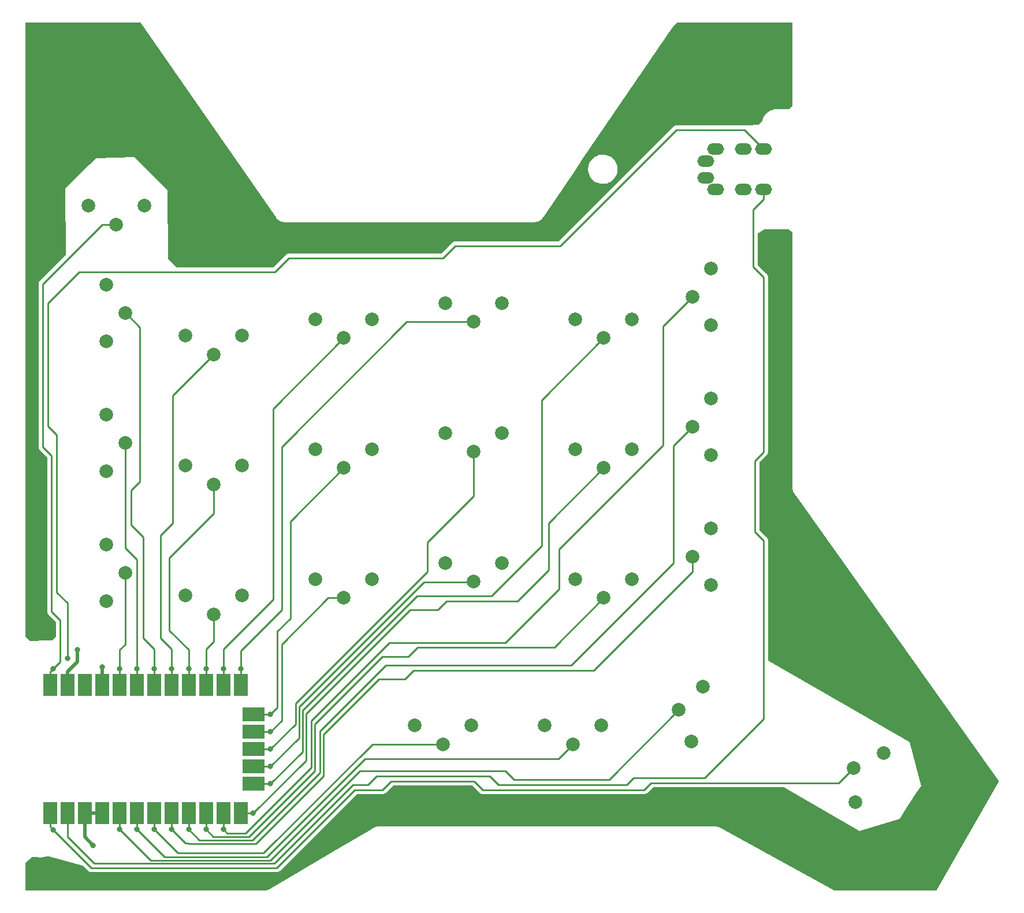
<source format=gtl>
%TF.GenerationSoftware,KiCad,Pcbnew,(6.0.4-0)*%
%TF.CreationDate,2022-04-23T01:33:06+09:00*%
%TF.ProjectId,diodeless,64696f64-656c-4657-9373-2e6b69636164,rev?*%
%TF.SameCoordinates,Original*%
%TF.FileFunction,Copper,L1,Top*%
%TF.FilePolarity,Positive*%
%FSLAX46Y46*%
G04 Gerber Fmt 4.6, Leading zero omitted, Abs format (unit mm)*
G04 Created by KiCad (PCBNEW (6.0.4-0)) date 2022-04-23 01:33:06*
%MOMM*%
%LPD*%
G01*
G04 APERTURE LIST*
%TA.AperFunction,ComponentPad*%
%ADD10C,2.000000*%
%TD*%
%TA.AperFunction,SMDPad,CuDef*%
%ADD11R,2.000000X3.250000*%
%TD*%
%TA.AperFunction,SMDPad,CuDef*%
%ADD12R,3.250000X2.000000*%
%TD*%
%TA.AperFunction,ComponentPad*%
%ADD13O,2.500000X1.700000*%
%TD*%
%TA.AperFunction,ViaPad*%
%ADD14C,0.800000*%
%TD*%
%TA.AperFunction,Conductor*%
%ADD15C,0.250000*%
%TD*%
%TA.AperFunction,Conductor*%
%ADD16C,0.500000*%
%TD*%
G04 APERTURE END LIST*
D10*
%TO.P,SW2,1,1*%
%TO.N,SW2*%
X27050000Y-69050000D03*
%TO.P,SW2,2,2*%
%TO.N,GND*%
X24300000Y-73180000D03*
X24300000Y-64920000D03*
%TD*%
%TO.P,SW15,1,1*%
%TO.N,SW15*%
X92700000Y-132250000D03*
%TO.P,SW15,2,2*%
%TO.N,GND*%
X96830000Y-129500000D03*
X88570000Y-129500000D03*
%TD*%
%TO.P,SW6,1,1*%
%TO.N,SW6*%
X40050000Y-94150000D03*
%TO.P,SW6,2,2*%
%TO.N,GND*%
X44180000Y-91400000D03*
X35920000Y-91400000D03*
%TD*%
%TO.P,SW22,1,1*%
%TO.N,SW22*%
X110200000Y-104768750D03*
%TO.P,SW22,2,2*%
%TO.N,GND*%
X112950000Y-100638750D03*
X112950000Y-108898750D03*
%TD*%
%TO.P,SW10,1,1*%
%TO.N,SW10*%
X59100000Y-110818750D03*
%TO.P,SW10,2,2*%
%TO.N,GND*%
X54970000Y-108068750D03*
X63230000Y-108068750D03*
%TD*%
%TO.P,SW20,1,1*%
%TO.N,SW20*%
X110200000Y-66668750D03*
%TO.P,SW20,2,2*%
%TO.N,GND*%
X112950000Y-62538750D03*
X112950000Y-70798750D03*
%TD*%
%TO.P,SW23,1,1*%
%TO.N,SW23*%
X133818046Y-135775000D03*
%TO.P,SW23,2,2*%
%TO.N,GND*%
X138264616Y-133573315D03*
X134134616Y-140726685D03*
%TD*%
%TO.P,SW21,1,1*%
%TO.N,SW21*%
X110200000Y-85718750D03*
%TO.P,SW21,2,2*%
%TO.N,GND*%
X112950000Y-89848750D03*
X112950000Y-81588750D03*
%TD*%
%TO.P,SW17,1,1*%
%TO.N,SW17*%
X97200000Y-91768750D03*
%TO.P,SW17,2,2*%
%TO.N,GND*%
X93070000Y-89018750D03*
X101330000Y-89018750D03*
%TD*%
%TO.P,SW1,1,1*%
%TO.N,SW1*%
X25762500Y-56050000D03*
%TO.P,SW1,2,2*%
%TO.N,GND*%
X21632500Y-53300000D03*
X29892500Y-53300000D03*
%TD*%
%TO.P,SW13,1,1*%
%TO.N,SW13*%
X78150000Y-89387500D03*
%TO.P,SW13,2,2*%
%TO.N,GND*%
X82280000Y-86637500D03*
X74020000Y-86637500D03*
%TD*%
%TO.P,SW18,1,1*%
%TO.N,SW18*%
X97200000Y-110818750D03*
%TO.P,SW18,2,2*%
%TO.N,GND*%
X93070000Y-108068750D03*
X101330000Y-108068750D03*
%TD*%
%TO.P,SW4,1,1*%
%TO.N,SW4*%
X27050000Y-107150000D03*
%TO.P,SW4,2,2*%
%TO.N,GND*%
X24300000Y-103020000D03*
X24300000Y-111280000D03*
%TD*%
%TO.P,SW12,1,1*%
%TO.N,SW12*%
X78150000Y-70337500D03*
%TO.P,SW12,2,2*%
%TO.N,GND*%
X74020000Y-67587500D03*
X82280000Y-67587500D03*
%TD*%
%TO.P,SW8,1,1*%
%TO.N,SW8*%
X59100000Y-72718750D03*
%TO.P,SW8,2,2*%
%TO.N,GND*%
X63230000Y-69968750D03*
X54970000Y-69968750D03*
%TD*%
%TO.P,SW9,1,1*%
%TO.N,SW9*%
X59100000Y-91768750D03*
%TO.P,SW9,2,2*%
%TO.N,GND*%
X63230000Y-89018750D03*
X54970000Y-89018750D03*
%TD*%
%TO.P,SW5,1,1*%
%TO.N,SW5*%
X40050000Y-75100000D03*
%TO.P,SW5,2,2*%
%TO.N,GND*%
X44180000Y-72350000D03*
X35920000Y-72350000D03*
%TD*%
%TO.P,SW3,1,1*%
%TO.N,SW3*%
X27050000Y-88100000D03*
%TO.P,SW3,2,2*%
%TO.N,GND*%
X24300000Y-92230000D03*
X24300000Y-83970000D03*
%TD*%
%TO.P,SW14,1,1*%
%TO.N,SW14*%
X78150000Y-108437500D03*
%TO.P,SW14,2,2*%
%TO.N,GND*%
X82280000Y-105687500D03*
X74020000Y-105687500D03*
%TD*%
D11*
%TO.P,U1,1,TX0/PD3*%
%TO.N,SW23*%
X16055000Y-142398000D03*
%TO.P,U1,2,RX1/PD2*%
%TO.N,data*%
X18595000Y-142398000D03*
%TO.P,U1,3,GND*%
%TO.N,GND*%
X21135000Y-142398000D03*
%TO.P,U1,4,GND*%
X23675000Y-142398000D03*
%TO.P,U1,5,2/PD1*%
%TO.N,SW19*%
X26215000Y-142398000D03*
%TO.P,U1,6,3/PD0*%
%TO.N,SW15*%
X28755000Y-142398000D03*
%TO.P,U1,7,4/PD4*%
%TO.N,SW11*%
X31295000Y-142398000D03*
%TO.P,U1,8,5/PC6*%
%TO.N,SW22*%
X33835000Y-142398000D03*
%TO.P,U1,9,6/PD7*%
%TO.N,SW21*%
X36375000Y-142398000D03*
%TO.P,U1,10,7/PE6*%
%TO.N,SW18*%
X38915000Y-142398000D03*
%TO.P,U1,11,8/PB4*%
%TO.N,SW20*%
X41455000Y-142398000D03*
%TO.P,U1,12,9/PB5*%
%TO.N,SW17*%
X43995000Y-142398000D03*
%TO.P,U1,13,10/PB6*%
%TO.N,SW12*%
X43995000Y-123602000D03*
%TO.P,U1,14,16/PB2*%
%TO.N,SW8*%
X41455000Y-123602000D03*
%TO.P,U1,15,14/PB3*%
%TO.N,SW7*%
X38915000Y-123602000D03*
%TO.P,U1,16,15/PB1*%
%TO.N,SW6*%
X36375000Y-123602000D03*
%TO.P,U1,17,A0/PF7*%
%TO.N,SW5*%
X33835000Y-123602000D03*
%TO.P,U1,18,A1/PF6*%
%TO.N,SW2*%
X31295000Y-123602000D03*
%TO.P,U1,19,A2/PF5*%
%TO.N,SW3*%
X28755000Y-123602000D03*
%TO.P,U1,20,A3/PF4*%
%TO.N,SW4*%
X26215000Y-123602000D03*
%TO.P,U1,21,VCC*%
%TO.N,VCC*%
X23675000Y-123602000D03*
%TO.P,U1,22,RST*%
%TO.N,unconnected-(U1-Pad22)*%
X21135000Y-123602000D03*
%TO.P,U1,23,GND*%
%TO.N,GND*%
X18595000Y-123602000D03*
%TO.P,U1,24,B0*%
%TO.N,SW1*%
X16055000Y-123602000D03*
D12*
%TO.P,U1,25,B7*%
%TO.N,SW16*%
X45900000Y-138080000D03*
%TO.P,U1,26,D5*%
%TO.N,SW14*%
X45900000Y-135540000D03*
%TO.P,U1,27,C7*%
%TO.N,SW13*%
X45900000Y-133000000D03*
%TO.P,U1,28,F1*%
%TO.N,SW10*%
X45900000Y-130460000D03*
%TO.P,U1,29,F0*%
%TO.N,SW9*%
X45900000Y-127920000D03*
%TD*%
D13*
%TO.P,J1,A*%
%TO.N,unconnected-(J1-PadA)*%
X112150000Y-49187500D03*
X112150000Y-46737500D03*
%TO.P,J1,B*%
%TO.N,data*%
X120650000Y-44987500D03*
X120650000Y-50937500D03*
%TO.P,J1,C*%
%TO.N,GND*%
X117650000Y-50937500D03*
X117650000Y-44987500D03*
%TO.P,J1,D*%
%TO.N,VCC*%
X113650000Y-50937500D03*
X113650000Y-44987500D03*
%TD*%
D10*
%TO.P,SW19,1,1*%
%TO.N,SW19*%
X108197207Y-127242134D03*
%TO.P,SW19,2,2*%
%TO.N,GND*%
X111745788Y-123774142D03*
X110028438Y-131853641D03*
%TD*%
%TO.P,SW11,1,1*%
%TO.N,SW11*%
X73650000Y-132250000D03*
%TO.P,SW11,2,2*%
%TO.N,GND*%
X69520000Y-129500000D03*
X77780000Y-129500000D03*
%TD*%
%TO.P,SW7,1,1*%
%TO.N,SW7*%
X40050000Y-113200000D03*
%TO.P,SW7,2,2*%
%TO.N,GND*%
X35920000Y-110450000D03*
X44180000Y-110450000D03*
%TD*%
%TO.P,SW16,1,1*%
%TO.N,SW16*%
X97200000Y-72718750D03*
%TO.P,SW16,2,2*%
%TO.N,GND*%
X93070000Y-69968750D03*
X101330000Y-69968750D03*
%TD*%
D14*
%TO.N,data*%
X18595000Y-119687000D03*
%TO.N,GND*%
X62230000Y-142494000D03*
X144780000Y-150977600D03*
X95250000Y-142494000D03*
X78740000Y-142494000D03*
X28194000Y-28448000D03*
X14478000Y-151434800D03*
X14732000Y-115316000D03*
X124206000Y-118364000D03*
X108966000Y-28702000D03*
X131064000Y-108204000D03*
X35560000Y-60452000D03*
X68072000Y-58166000D03*
X122682000Y-59182000D03*
X13716000Y-90678000D03*
X14732000Y-60706000D03*
X123190000Y-75946000D03*
X22352000Y-147066000D03*
X102108000Y-40132000D03*
X20066000Y-118364000D03*
X94742000Y-50546000D03*
X122682000Y-28549600D03*
X111760000Y-142494000D03*
X14732000Y-28702000D03*
X49530000Y-57912000D03*
X122682000Y-92964000D03*
X140462000Y-125222000D03*
X116332000Y-39116000D03*
X128270000Y-146812000D03*
X14732000Y-44450000D03*
X45974000Y-152400000D03*
X13716000Y-103378000D03*
X151638000Y-137922000D03*
X13462000Y-77470000D03*
X86106000Y-57150000D03*
X29718000Y-152400000D03*
X35560000Y-44450000D03*
%TO.N,VCC*%
X23675000Y-120957000D03*
%TO.N,SW1*%
X16510000Y-121158000D03*
%TO.N,SW2*%
X31295000Y-121211000D03*
%TO.N,SW3*%
X28755000Y-121211000D03*
%TO.N,SW4*%
X26215000Y-121211000D03*
%TO.N,SW5*%
X33835000Y-121211000D03*
%TO.N,SW6*%
X36375000Y-121211000D03*
%TO.N,SW7*%
X38915000Y-121211000D03*
%TO.N,SW8*%
X41455000Y-121211000D03*
%TO.N,SW9*%
X48356000Y-127920000D03*
%TO.N,SW10*%
X48356000Y-130460000D03*
%TO.N,SW11*%
X31295000Y-144727000D03*
%TO.N,SW12*%
X43995000Y-121211000D03*
%TO.N,SW13*%
X48356000Y-133000000D03*
%TO.N,SW14*%
X48356000Y-135540000D03*
%TO.N,SW15*%
X28755000Y-144727000D03*
%TO.N,SW16*%
X48356000Y-138080000D03*
%TO.N,SW17*%
X45816000Y-142398000D03*
%TO.N,SW18*%
X38915000Y-144727000D03*
%TO.N,SW19*%
X26215000Y-144727000D03*
%TO.N,SW20*%
X41455000Y-144727000D03*
%TO.N,SW21*%
X36375000Y-144727000D03*
%TO.N,SW22*%
X33835000Y-144727000D03*
%TO.N,SW23*%
X16510000Y-144780000D03*
%TD*%
D15*
%TO.N,data*%
X90830400Y-59182000D02*
X107848400Y-42164000D01*
X15748000Y-67564000D02*
X20320000Y-62992000D01*
X120650000Y-128524000D02*
X120650000Y-102362000D01*
X107848400Y-42164000D02*
X117826500Y-42164000D01*
X75438000Y-59182000D02*
X90830400Y-59182000D01*
X119126000Y-62230000D02*
X119126000Y-53848000D01*
X63881000Y-136906000D02*
X80518000Y-136906000D01*
X15748000Y-85598000D02*
X15748000Y-67564000D01*
X81788000Y-138176000D02*
X100584000Y-138176000D01*
X62611000Y-138176000D02*
X63881000Y-136906000D01*
X48884960Y-149743040D02*
X60452000Y-138176000D01*
X117826500Y-42164000D02*
X120650000Y-44987500D01*
X17018000Y-86868000D02*
X15748000Y-85598000D01*
X80518000Y-136906000D02*
X81788000Y-138176000D01*
X100584000Y-138176000D02*
X101600000Y-137160000D01*
X120650000Y-102362000D02*
X119380000Y-101092000D01*
X49022000Y-62992000D02*
X51054000Y-60960000D01*
X18595000Y-111559000D02*
X17018000Y-109982000D01*
X120650000Y-52324000D02*
X120650000Y-50937500D01*
X17018000Y-109982000D02*
X17018000Y-86868000D01*
X120650000Y-89408000D02*
X120650000Y-63754000D01*
X119380000Y-90678000D02*
X120650000Y-89408000D01*
X22489040Y-149743040D02*
X48884960Y-149743040D01*
X18595000Y-145849000D02*
X22489040Y-149743040D01*
X60452000Y-138176000D02*
X62611000Y-138176000D01*
X120650000Y-63754000D02*
X119126000Y-62230000D01*
X20320000Y-62992000D02*
X49022000Y-62992000D01*
X18595000Y-142398000D02*
X18595000Y-145849000D01*
X18595000Y-119687000D02*
X18595000Y-111559000D01*
X51054000Y-60960000D02*
X73660000Y-60960000D01*
X112014000Y-137160000D02*
X120650000Y-128524000D01*
X119380000Y-101092000D02*
X119380000Y-90678000D01*
X101600000Y-137160000D02*
X112014000Y-137160000D01*
X73660000Y-60960000D02*
X75438000Y-59182000D01*
X119126000Y-53848000D02*
X120650000Y-52324000D01*
D16*
%TO.N,GND*%
X21135000Y-145849000D02*
X22352000Y-147066000D01*
X20066000Y-120142000D02*
X20066000Y-118364000D01*
X18595000Y-123602000D02*
X18595000Y-121613000D01*
X21135000Y-142398000D02*
X23675000Y-142398000D01*
X18595000Y-121613000D02*
X19558000Y-120650000D01*
X19558000Y-120650000D02*
X20066000Y-120142000D01*
X21135000Y-142398000D02*
X21135000Y-145849000D01*
%TO.N,VCC*%
X23675000Y-123602000D02*
X23675000Y-120957000D01*
D15*
%TO.N,SW1*%
X16256000Y-112776000D02*
X16256000Y-89916000D01*
X17526000Y-120142000D02*
X17526000Y-114046000D01*
X17526000Y-114046000D02*
X16256000Y-112776000D01*
X14986000Y-88646000D02*
X14986000Y-64770000D01*
X16055000Y-123602000D02*
X16055000Y-121613000D01*
X16055000Y-121613000D02*
X16510000Y-121158000D01*
X23706000Y-56050000D02*
X25762500Y-56050000D01*
X16256000Y-89916000D02*
X14986000Y-88646000D01*
X16510000Y-121158000D02*
X17526000Y-120142000D01*
X14986000Y-64770000D02*
X23706000Y-56050000D01*
%TO.N,SW2*%
X31295000Y-121211000D02*
X31295000Y-118311000D01*
X31295000Y-123602000D02*
X31295000Y-121211000D01*
X27940000Y-100076000D02*
X27940000Y-94996000D01*
X27140000Y-69050000D02*
X27050000Y-69050000D01*
X29210000Y-93726000D02*
X29210000Y-71120000D01*
X31295000Y-118311000D02*
X29718000Y-116734000D01*
X29210000Y-71120000D02*
X27140000Y-69050000D01*
X29718000Y-101854000D02*
X27940000Y-100076000D01*
X29718000Y-116734000D02*
X29718000Y-101854000D01*
X27940000Y-94996000D02*
X29210000Y-93726000D01*
%TO.N,SW3*%
X27050000Y-103504000D02*
X27050000Y-88100000D01*
X28755000Y-121211000D02*
X28755000Y-105209000D01*
X28755000Y-105209000D02*
X27050000Y-103504000D01*
X28755000Y-123602000D02*
X28755000Y-121211000D01*
%TO.N,SW4*%
X26215000Y-123602000D02*
X26215000Y-121211000D01*
X26215000Y-121211000D02*
X26215000Y-118438000D01*
X26215000Y-118438000D02*
X27050000Y-117603000D01*
X27050000Y-117603000D02*
X27050000Y-107150000D01*
%TO.N,SW5*%
X32258000Y-116713000D02*
X32258000Y-101600000D01*
X33835000Y-123602000D02*
X33835000Y-121211000D01*
X34036000Y-99822000D02*
X34036000Y-81114000D01*
X33835000Y-121211000D02*
X33835000Y-118290000D01*
X33835000Y-118290000D02*
X32258000Y-116713000D01*
X34036000Y-81114000D02*
X40050000Y-75100000D01*
X32258000Y-101600000D02*
X34036000Y-99822000D01*
%TO.N,SW6*%
X33528000Y-115570000D02*
X33528000Y-104902000D01*
X40050000Y-98380000D02*
X40050000Y-94150000D01*
X36375000Y-121211000D02*
X36375000Y-118417000D01*
X33528000Y-104902000D02*
X40050000Y-98380000D01*
X36375000Y-118417000D02*
X33528000Y-115570000D01*
X36375000Y-123602000D02*
X36375000Y-121211000D01*
%TO.N,SW7*%
X38915000Y-118311000D02*
X40050000Y-117176000D01*
X38915000Y-123602000D02*
X38915000Y-121211000D01*
X40050000Y-117176000D02*
X40050000Y-113200000D01*
X38915000Y-121211000D02*
X38915000Y-118311000D01*
%TO.N,SW8*%
X48768000Y-83050750D02*
X59100000Y-72718750D01*
X41455000Y-121211000D02*
X41455000Y-118311000D01*
X41455000Y-123602000D02*
X41455000Y-121211000D01*
X48768000Y-107442000D02*
X48768000Y-83050750D01*
X41455000Y-118311000D02*
X48768000Y-110998000D01*
X48768000Y-108458000D02*
X48768000Y-107442000D01*
X48768000Y-110998000D02*
X48768000Y-108458000D01*
%TO.N,SW9*%
X49388000Y-126888000D02*
X49388000Y-115712000D01*
X51308000Y-99560750D02*
X59100000Y-91768750D01*
X51308000Y-113792000D02*
X51308000Y-99560750D01*
X49388000Y-115712000D02*
X51308000Y-113792000D01*
X48356000Y-127920000D02*
X49388000Y-126888000D01*
X45900000Y-127920000D02*
X48356000Y-127920000D01*
%TO.N,SW10*%
X48356000Y-130460000D02*
X50038000Y-128778000D01*
X56821250Y-110818750D02*
X59100000Y-110818750D01*
X50038000Y-128778000D02*
X50038000Y-117602000D01*
X50038000Y-117602000D02*
X56821250Y-110818750D01*
X45900000Y-130460000D02*
X48356000Y-130460000D01*
%TO.N,SW11*%
X31295000Y-144727000D02*
X34798000Y-148230000D01*
X47350000Y-148230000D02*
X63330000Y-132250000D01*
X34798000Y-148230000D02*
X47350000Y-148230000D01*
X63330000Y-132250000D02*
X73650000Y-132250000D01*
X31295000Y-142398000D02*
X31295000Y-144727000D01*
%TO.N,SW12*%
X43995000Y-123602000D02*
X43995000Y-121211000D01*
X43995000Y-118565000D02*
X50038000Y-112522000D01*
X50038000Y-88646000D02*
X68346500Y-70337500D01*
X68346500Y-70337500D02*
X78150000Y-70337500D01*
X50038000Y-112522000D02*
X50038000Y-88646000D01*
X43995000Y-121211000D02*
X43995000Y-118565000D01*
%TO.N,SW13*%
X52070000Y-129286000D02*
X52070000Y-126238000D01*
X71374000Y-102616000D02*
X78150000Y-95840000D01*
X52070000Y-126238000D02*
X71374000Y-106934000D01*
X45900000Y-133000000D02*
X48356000Y-133000000D01*
X71374000Y-106934000D02*
X71374000Y-102616000D01*
X48356000Y-133000000D02*
X52070000Y-129286000D01*
X78150000Y-95840000D02*
X78150000Y-89387500D01*
%TO.N,SW14*%
X52578000Y-131318000D02*
X48356000Y-135540000D01*
X52578000Y-126746000D02*
X52578000Y-131318000D01*
X70866000Y-108458000D02*
X52578000Y-126746000D01*
X78129500Y-108458000D02*
X70866000Y-108458000D01*
X78150000Y-108437500D02*
X78129500Y-108458000D01*
X45900000Y-135540000D02*
X48356000Y-135540000D01*
%TO.N,SW15*%
X28755000Y-142398000D02*
X28755000Y-144727000D01*
X90584000Y-134366000D02*
X92700000Y-132250000D01*
X62230000Y-134366000D02*
X90584000Y-134366000D01*
X47810480Y-148785520D02*
X62230000Y-134366000D01*
X28755000Y-144727000D02*
X32813520Y-148785520D01*
X32813520Y-148785520D02*
X47810480Y-148785520D01*
%TO.N,SW16*%
X69850000Y-110490000D02*
X80772000Y-110490000D01*
X88138000Y-81780750D02*
X97200000Y-72718750D01*
X80772000Y-110490000D02*
X88138000Y-103124000D01*
X53086000Y-133350000D02*
X53086000Y-127254000D01*
X45900000Y-138080000D02*
X48356000Y-138080000D01*
X48356000Y-138080000D02*
X53086000Y-133350000D01*
X88138000Y-103124000D02*
X88138000Y-81780750D01*
X53086000Y-127254000D02*
X69850000Y-110490000D01*
%TO.N,SW17*%
X89154000Y-106680000D02*
X89154000Y-99814750D01*
X89154000Y-99814750D02*
X97200000Y-91768750D01*
X84582000Y-111252000D02*
X89154000Y-106680000D01*
X53594000Y-127762000D02*
X68834000Y-112522000D01*
X53594000Y-134620000D02*
X53594000Y-127762000D01*
X43995000Y-142398000D02*
X45816000Y-142398000D01*
X45816000Y-142398000D02*
X53594000Y-134620000D01*
X68834000Y-112522000D02*
X72898000Y-112522000D01*
X74168000Y-111252000D02*
X84582000Y-111252000D01*
X72898000Y-112522000D02*
X74168000Y-111252000D01*
%TO.N,SW18*%
X38915000Y-144727000D02*
X39984000Y-145796000D01*
X39984000Y-145796000D02*
X45212000Y-145796000D01*
X64770000Y-119380000D02*
X68580000Y-119380000D01*
X89967230Y-118051520D02*
X97200000Y-110818750D01*
X69908480Y-118051520D02*
X89967230Y-118051520D01*
X38915000Y-142398000D02*
X38915000Y-144727000D01*
X54864000Y-129286000D02*
X64770000Y-119380000D01*
X68580000Y-119380000D02*
X69908480Y-118051520D01*
X45212000Y-145796000D02*
X54864000Y-136144000D01*
X54864000Y-136144000D02*
X54864000Y-129286000D01*
%TO.N,SW19*%
X48318480Y-149293520D02*
X61468000Y-136144000D01*
X26215000Y-142398000D02*
X26215000Y-144727000D01*
X61468000Y-136144000D02*
X82804000Y-136144000D01*
X26215000Y-144727000D02*
X30781520Y-149293520D01*
X84074000Y-137414000D02*
X98025341Y-137414000D01*
X98025341Y-137414000D02*
X108197207Y-127242134D01*
X30781520Y-149293520D02*
X48318480Y-149293520D01*
X82804000Y-136144000D02*
X84074000Y-137414000D01*
%TO.N,SW20*%
X41455000Y-144727000D02*
X42016000Y-145288000D01*
X54356000Y-128778000D02*
X65786000Y-117348000D01*
X90678000Y-103632000D02*
X105918000Y-88392000D01*
X90678000Y-109474000D02*
X90678000Y-103632000D01*
X105918000Y-70950750D02*
X110200000Y-66668750D01*
X105918000Y-88392000D02*
X105918000Y-70950750D01*
X54356000Y-135636000D02*
X54356000Y-128778000D01*
X41455000Y-142398000D02*
X41455000Y-144727000D01*
X65786000Y-117348000D02*
X82804000Y-117348000D01*
X82804000Y-117348000D02*
X90678000Y-109474000D01*
X44704000Y-145288000D02*
X54356000Y-135636000D01*
X42016000Y-145288000D02*
X44704000Y-145288000D01*
%TO.N,SW21*%
X55626000Y-136398000D02*
X55626000Y-130302000D01*
X107442000Y-88476750D02*
X110200000Y-85718750D01*
X37952000Y-146304000D02*
X45720000Y-146304000D01*
X65278000Y-120650000D02*
X92456000Y-120650000D01*
X45720000Y-146304000D02*
X55626000Y-136398000D01*
X92456000Y-120650000D02*
X107442000Y-105664000D01*
X36375000Y-142398000D02*
X36375000Y-144727000D01*
X55626000Y-130302000D02*
X65278000Y-120650000D01*
X107442000Y-105664000D02*
X107442000Y-88476750D01*
X36375000Y-144727000D02*
X37952000Y-146304000D01*
%TO.N,SW22*%
X56134000Y-136906000D02*
X56134000Y-130810000D01*
X56134000Y-130810000D02*
X64262000Y-122682000D01*
X46228000Y-146812000D02*
X56134000Y-136906000D01*
X33835000Y-144727000D02*
X35888429Y-146780429D01*
X35888429Y-146780429D02*
X36290429Y-146780429D01*
X36322000Y-146812000D02*
X46228000Y-146812000D01*
X64262000Y-122682000D02*
X68072000Y-122682000D01*
X36290429Y-146780429D02*
X36322000Y-146812000D01*
X33835000Y-142398000D02*
X33835000Y-144727000D01*
X95758000Y-121412000D02*
X110200000Y-106970000D01*
X68072000Y-122682000D02*
X69342000Y-121412000D01*
X69342000Y-121412000D02*
X95758000Y-121412000D01*
X110200000Y-106970000D02*
X110200000Y-104768750D01*
%TO.N,SW23*%
X16055000Y-144325000D02*
X16510000Y-144780000D01*
X49276000Y-150368000D02*
X60706000Y-138938000D01*
X131671046Y-137922000D02*
X133818046Y-135775000D01*
X60706000Y-138938000D02*
X64770000Y-138938000D01*
X104140000Y-137922000D02*
X131671046Y-137922000D01*
X103124000Y-138938000D02*
X104140000Y-137922000D01*
X66040000Y-137668000D02*
X78232000Y-137668000D01*
X16055000Y-142398000D02*
X16055000Y-144325000D01*
X22098000Y-150368000D02*
X49276000Y-150368000D01*
X79502000Y-138938000D02*
X103124000Y-138938000D01*
X78232000Y-137668000D02*
X79502000Y-138938000D01*
X64770000Y-138938000D02*
X66040000Y-137668000D01*
X16510000Y-144780000D02*
X22098000Y-150368000D01*
%TD*%
%TA.AperFunction,Conductor*%
%TO.N,GND*%
G36*
X29198625Y-26408503D02*
G01*
X29199495Y-26408509D01*
X29224120Y-26408684D01*
X29292095Y-26429169D01*
X29329786Y-26467448D01*
X29342983Y-26488366D01*
X29342986Y-26488370D01*
X29347774Y-26495958D01*
X29354504Y-26501902D01*
X29354558Y-26501965D01*
X29362104Y-26511767D01*
X48915938Y-54673455D01*
X49153265Y-55015257D01*
X49159416Y-55025257D01*
X49160278Y-55026592D01*
X49162600Y-55030883D01*
X49165554Y-55034764D01*
X49165555Y-55034766D01*
X49169455Y-55039891D01*
X49175749Y-55048960D01*
X49195213Y-55079809D01*
X49195219Y-55079816D01*
X49200008Y-55087406D01*
X49206740Y-55093351D01*
X49209075Y-55096095D01*
X49218082Y-55105388D01*
X49231329Y-55121368D01*
X49234587Y-55125470D01*
X49237921Y-55129850D01*
X49248704Y-55144019D01*
X49251896Y-55147164D01*
X49254858Y-55150530D01*
X49254603Y-55150754D01*
X49263263Y-55161286D01*
X49263490Y-55161109D01*
X49266475Y-55164948D01*
X49269161Y-55169016D01*
X49286012Y-55187542D01*
X49289784Y-55191887D01*
X49300943Y-55205349D01*
X49300950Y-55205356D01*
X49303803Y-55208798D01*
X49307120Y-55211805D01*
X49310222Y-55215047D01*
X49310124Y-55215141D01*
X49320878Y-55227059D01*
X49320945Y-55227002D01*
X49323435Y-55229893D01*
X49323981Y-55230498D01*
X49327006Y-55234614D01*
X49330452Y-55238040D01*
X49330456Y-55238045D01*
X49343799Y-55251311D01*
X49348170Y-55255880D01*
X49362029Y-55271117D01*
X49366872Y-55275118D01*
X49383943Y-55292230D01*
X49385219Y-55293783D01*
X49385223Y-55293787D01*
X49388311Y-55297543D01*
X49391943Y-55300782D01*
X49391949Y-55300788D01*
X49405007Y-55312432D01*
X49409989Y-55317123D01*
X49420487Y-55327562D01*
X49420493Y-55327567D01*
X49423667Y-55330723D01*
X49427262Y-55333401D01*
X49430199Y-55335589D01*
X49447437Y-55351091D01*
X49449973Y-55353834D01*
X49449978Y-55353839D01*
X49453280Y-55357410D01*
X49457089Y-55360429D01*
X49457098Y-55360437D01*
X49469885Y-55370570D01*
X49475481Y-55375275D01*
X49488979Y-55387311D01*
X49492708Y-55389786D01*
X49492713Y-55389790D01*
X49497067Y-55392680D01*
X49505674Y-55398932D01*
X49505988Y-55399181D01*
X49514806Y-55406867D01*
X49521984Y-55413735D01*
X49533720Y-55421918D01*
X49538536Y-55425276D01*
X49544725Y-55429880D01*
X49554593Y-55437700D01*
X49554598Y-55437704D01*
X49558108Y-55440485D01*
X49561983Y-55442744D01*
X49561982Y-55442744D01*
X49565548Y-55444824D01*
X49580029Y-55455203D01*
X49580131Y-55455065D01*
X49584044Y-55457969D01*
X49587714Y-55461161D01*
X49608497Y-55474231D01*
X49613458Y-55477517D01*
X49622958Y-55484140D01*
X49625019Y-55485819D01*
X49627161Y-55487071D01*
X49631046Y-55489780D01*
X49635053Y-55491799D01*
X49636604Y-55492724D01*
X49639829Y-55494477D01*
X49649838Y-55500327D01*
X49655089Y-55503845D01*
X49655184Y-55503698D01*
X49659281Y-55506345D01*
X49663152Y-55509293D01*
X49667429Y-55511609D01*
X49667435Y-55511613D01*
X49667508Y-55511652D01*
X49670227Y-55513241D01*
X49672265Y-55514328D01*
X49676056Y-55516713D01*
X49680150Y-55518537D01*
X49684105Y-55520648D01*
X49684092Y-55520673D01*
X49684826Y-55521031D01*
X49688485Y-55523013D01*
X49693880Y-55526374D01*
X49693966Y-55526230D01*
X49698139Y-55528735D01*
X49702115Y-55531562D01*
X49706484Y-55533746D01*
X49706530Y-55533773D01*
X49708950Y-55535084D01*
X49711179Y-55536182D01*
X49715054Y-55538448D01*
X49719211Y-55540141D01*
X49723238Y-55542125D01*
X49723227Y-55542147D01*
X49723924Y-55542462D01*
X49727925Y-55544462D01*
X49733462Y-55547663D01*
X49733542Y-55547519D01*
X49737793Y-55549884D01*
X49741858Y-55552577D01*
X49746291Y-55554613D01*
X49746424Y-55554687D01*
X49748559Y-55555754D01*
X49750888Y-55556809D01*
X49754838Y-55558948D01*
X49759052Y-55560506D01*
X49763127Y-55562351D01*
X49763119Y-55562368D01*
X49763768Y-55562640D01*
X49765417Y-55563397D01*
X49768118Y-55564638D01*
X49773756Y-55567655D01*
X49773833Y-55567506D01*
X49778159Y-55569730D01*
X49782301Y-55572282D01*
X49786783Y-55574165D01*
X49786974Y-55574263D01*
X49789041Y-55575212D01*
X49791396Y-55576187D01*
X49795406Y-55578191D01*
X49799657Y-55579606D01*
X49803795Y-55581319D01*
X49803786Y-55581340D01*
X49804480Y-55581599D01*
X49806401Y-55582406D01*
X49809005Y-55583500D01*
X49814685Y-55586304D01*
X49814759Y-55586148D01*
X49819159Y-55588232D01*
X49823385Y-55590649D01*
X49827929Y-55592385D01*
X49828114Y-55592473D01*
X49830279Y-55593383D01*
X49832626Y-55594265D01*
X49836704Y-55596138D01*
X49841006Y-55597414D01*
X49845204Y-55598991D01*
X49845194Y-55599017D01*
X49845880Y-55599245D01*
X49850522Y-55601020D01*
X49856249Y-55603621D01*
X49856321Y-55603456D01*
X49860782Y-55605394D01*
X49865084Y-55607672D01*
X49869684Y-55609261D01*
X49869850Y-55609333D01*
X49872220Y-55610239D01*
X49874500Y-55611011D01*
X49878638Y-55612750D01*
X49882977Y-55613884D01*
X49887093Y-55615278D01*
X49887793Y-55615518D01*
X49892597Y-55617177D01*
X49898335Y-55619563D01*
X49898406Y-55619385D01*
X49902930Y-55621181D01*
X49907307Y-55623323D01*
X49911963Y-55624766D01*
X49912068Y-55624808D01*
X49914839Y-55625767D01*
X49916971Y-55626412D01*
X49921151Y-55628010D01*
X49925522Y-55629000D01*
X49929008Y-55630055D01*
X49929828Y-55630306D01*
X49935210Y-55631975D01*
X49940905Y-55634132D01*
X49940974Y-55633942D01*
X49945555Y-55635596D01*
X49949985Y-55637594D01*
X49954665Y-55638886D01*
X49954688Y-55638894D01*
X49958077Y-55639945D01*
X49959977Y-55640453D01*
X49964214Y-55641917D01*
X49968618Y-55642765D01*
X49971569Y-55643555D01*
X49972535Y-55643818D01*
X49978566Y-55645483D01*
X49982332Y-55646586D01*
X49988292Y-55648433D01*
X49994302Y-55650554D01*
X49995923Y-55651056D01*
X50000439Y-55652849D01*
X50005180Y-55653926D01*
X50024874Y-55658400D01*
X50030478Y-55659809D01*
X50044693Y-55663732D01*
X50051639Y-55665649D01*
X50056089Y-55666217D01*
X50056093Y-55666218D01*
X50056275Y-55666241D01*
X50056785Y-55666357D01*
X50060482Y-55667099D01*
X50060463Y-55667191D01*
X50079890Y-55671600D01*
X50082812Y-55672567D01*
X50082821Y-55672569D01*
X50087438Y-55674096D01*
X50108203Y-55677552D01*
X50115428Y-55678973D01*
X50128573Y-55681959D01*
X50128577Y-55681960D01*
X50132954Y-55682954D01*
X50142757Y-55683751D01*
X50153228Y-55685046D01*
X50155637Y-55685447D01*
X50167885Y-55688118D01*
X50170794Y-55688906D01*
X50170798Y-55688907D01*
X50175491Y-55690178D01*
X50180319Y-55690711D01*
X50180322Y-55690712D01*
X50197554Y-55692616D01*
X50204399Y-55693564D01*
X50218811Y-55695963D01*
X50218825Y-55695964D01*
X50223245Y-55696700D01*
X50227722Y-55696802D01*
X50227726Y-55696802D01*
X50229935Y-55696852D01*
X50231936Y-55696897D01*
X50242902Y-55697627D01*
X50245110Y-55697871D01*
X50257962Y-55699969D01*
X50259677Y-55700341D01*
X50259684Y-55700342D01*
X50264438Y-55701373D01*
X50287829Y-55702756D01*
X50294225Y-55703298D01*
X50309977Y-55705039D01*
X50309986Y-55705039D01*
X50314444Y-55705532D01*
X50318925Y-55705388D01*
X50318936Y-55705388D01*
X50321849Y-55705294D01*
X50333346Y-55705448D01*
X50339343Y-55705803D01*
X50351270Y-55707081D01*
X50360388Y-55708501D01*
X50381257Y-55708501D01*
X50388695Y-55708721D01*
X50406434Y-55709770D01*
X50416426Y-55708937D01*
X50426894Y-55708501D01*
X87011403Y-55708501D01*
X87016969Y-55708656D01*
X87021270Y-55709232D01*
X87026139Y-55709128D01*
X87026142Y-55709128D01*
X87054093Y-55708530D01*
X87056787Y-55708501D01*
X87086516Y-55708501D01*
X87090210Y-55707972D01*
X87109316Y-55708114D01*
X87114305Y-55708544D01*
X87138930Y-55706854D01*
X87144843Y-55706589D01*
X87161910Y-55706224D01*
X87161911Y-55706224D01*
X87166401Y-55706128D01*
X87170832Y-55705396D01*
X87170836Y-55705396D01*
X87172485Y-55705124D01*
X87184356Y-55703739D01*
X87186173Y-55703614D01*
X87198959Y-55703385D01*
X87200823Y-55703446D01*
X87201392Y-55703465D01*
X87206261Y-55703625D01*
X87211095Y-55703034D01*
X87211100Y-55703034D01*
X87228845Y-55700865D01*
X87235504Y-55700230D01*
X87250647Y-55699191D01*
X87255121Y-55698884D01*
X87263052Y-55697187D01*
X87274139Y-55695329D01*
X87276130Y-55695086D01*
X87288095Y-55694201D01*
X87290472Y-55694139D01*
X87297301Y-55693960D01*
X87303339Y-55692857D01*
X87317854Y-55690207D01*
X87325203Y-55689088D01*
X87338409Y-55687474D01*
X87338421Y-55687472D01*
X87342862Y-55686929D01*
X87348348Y-55685447D01*
X87352517Y-55684321D01*
X87362717Y-55682015D01*
X87364406Y-55681706D01*
X87365198Y-55681562D01*
X87376445Y-55680026D01*
X87387354Y-55679036D01*
X87403917Y-55674895D01*
X87405961Y-55674384D01*
X87413885Y-55672672D01*
X87425295Y-55670588D01*
X87425297Y-55670587D01*
X87429714Y-55669781D01*
X87440847Y-55666056D01*
X87450262Y-55663309D01*
X87453286Y-55662553D01*
X87463853Y-55660387D01*
X87476069Y-55658424D01*
X87489930Y-55653926D01*
X87492977Y-55652937D01*
X87501311Y-55650546D01*
X87511192Y-55648076D01*
X87511195Y-55648075D01*
X87515543Y-55646988D01*
X87519696Y-55645294D01*
X87519703Y-55645292D01*
X87527757Y-55642008D01*
X87536440Y-55638833D01*
X87539771Y-55637752D01*
X87549799Y-55634950D01*
X87562763Y-55631900D01*
X87573789Y-55627425D01*
X87578373Y-55625565D01*
X87586857Y-55622472D01*
X87595667Y-55619613D01*
X87595677Y-55619609D01*
X87599942Y-55618225D01*
X87608604Y-55613976D01*
X87612635Y-55611999D01*
X87620720Y-55608380D01*
X87623025Y-55607444D01*
X87623901Y-55607088D01*
X87633590Y-55603608D01*
X87635651Y-55602962D01*
X87642029Y-55600962D01*
X87642035Y-55600959D01*
X87646666Y-55599507D01*
X87653493Y-55596138D01*
X87661460Y-55592207D01*
X87669839Y-55588446D01*
X87678052Y-55585113D01*
X87678056Y-55585111D01*
X87682218Y-55583422D01*
X87694759Y-55576112D01*
X87702445Y-55571982D01*
X87704977Y-55570732D01*
X87714452Y-55566533D01*
X87726924Y-55561610D01*
X87731128Y-55559145D01*
X87731131Y-55559143D01*
X87741384Y-55553130D01*
X87749367Y-55548827D01*
X87757603Y-55544763D01*
X87757606Y-55544761D01*
X87761619Y-55542781D01*
X87765305Y-55540255D01*
X87765318Y-55540248D01*
X87773357Y-55534740D01*
X87780856Y-55529981D01*
X87782127Y-55529236D01*
X87791600Y-55524213D01*
X87798448Y-55520947D01*
X87798452Y-55520945D01*
X87802846Y-55518849D01*
X87817445Y-55508872D01*
X87824785Y-55504219D01*
X87833500Y-55499108D01*
X87837369Y-55496839D01*
X87847564Y-55488717D01*
X87864598Y-55477285D01*
X87869765Y-55474397D01*
X87869766Y-55474396D01*
X87874020Y-55472019D01*
X87889093Y-55460222D01*
X87895656Y-55455419D01*
X87905181Y-55448910D01*
X87905190Y-55448903D01*
X87908886Y-55446377D01*
X87916448Y-55439448D01*
X87933753Y-55426155D01*
X87936277Y-55424543D01*
X87936285Y-55424537D01*
X87940386Y-55421918D01*
X87956119Y-55408042D01*
X87961804Y-55403317D01*
X87975891Y-55392292D01*
X87980721Y-55387256D01*
X87994516Y-55375319D01*
X87994449Y-55375239D01*
X87998183Y-55372110D01*
X88002139Y-55369283D01*
X88014267Y-55357410D01*
X88018646Y-55353123D01*
X88023444Y-55348664D01*
X88035090Y-55338392D01*
X88038454Y-55335425D01*
X88041364Y-55332011D01*
X88044501Y-55328820D01*
X88044663Y-55328980D01*
X88052674Y-55321287D01*
X88052352Y-55320936D01*
X88055943Y-55317640D01*
X88059768Y-55314638D01*
X88077046Y-55296127D01*
X88080994Y-55292083D01*
X88096886Y-55276525D01*
X88099618Y-55272960D01*
X88102585Y-55269610D01*
X88102741Y-55269748D01*
X88108986Y-55262654D01*
X88110162Y-55261489D01*
X88113878Y-55258337D01*
X88131923Y-55237464D01*
X88135097Y-55233932D01*
X88148698Y-55219360D01*
X88151754Y-55216086D01*
X88154318Y-55212407D01*
X88156565Y-55209628D01*
X88162109Y-55203296D01*
X88165155Y-55200544D01*
X88173976Y-55189667D01*
X88183817Y-55177533D01*
X88186360Y-55174496D01*
X88200006Y-55158711D01*
X88213078Y-55145661D01*
X88215878Y-55143249D01*
X88215883Y-55143243D01*
X88222683Y-55137384D01*
X88227564Y-55129853D01*
X88227567Y-55129850D01*
X88244142Y-55104277D01*
X88248133Y-55098784D01*
X88248106Y-55098765D01*
X88250670Y-55095099D01*
X88253498Y-55091612D01*
X88255801Y-55087763D01*
X88255805Y-55087757D01*
X88262529Y-55076518D01*
X88266603Y-55070150D01*
X88525184Y-54691501D01*
X93033130Y-48090347D01*
X94923728Y-48090347D01*
X94962001Y-48381055D01*
X95039373Y-48663880D01*
X95154413Y-48933588D01*
X95304992Y-49185187D01*
X95488324Y-49414023D01*
X95558137Y-49480273D01*
X95677538Y-49593580D01*
X95701017Y-49615861D01*
X95939134Y-49786965D01*
X96198269Y-49924170D01*
X96473628Y-50024937D01*
X96760114Y-50087401D01*
X96800532Y-50090582D01*
X96987624Y-50105307D01*
X96987631Y-50105307D01*
X96990080Y-50105500D01*
X97148710Y-50105500D01*
X97150846Y-50105354D01*
X97150857Y-50105354D01*
X97363261Y-50090874D01*
X97363267Y-50090873D01*
X97367538Y-50090582D01*
X97371733Y-50089713D01*
X97371735Y-50089713D01*
X97511100Y-50060852D01*
X97654663Y-50031121D01*
X97931062Y-49933243D01*
X98191620Y-49798759D01*
X98431516Y-49630158D01*
X98444211Y-49618361D01*
X98643167Y-49433479D01*
X98643169Y-49433476D01*
X98646310Y-49430558D01*
X98832028Y-49203655D01*
X98985234Y-48953646D01*
X99103092Y-48685158D01*
X99183422Y-48403159D01*
X99224736Y-48112867D01*
X99224877Y-48086061D01*
X99226250Y-47823939D01*
X99226250Y-47823932D01*
X99226272Y-47819653D01*
X99187999Y-47528945D01*
X99110627Y-47246120D01*
X98995587Y-46976412D01*
X98845008Y-46724813D01*
X98661676Y-46495977D01*
X98448983Y-46294139D01*
X98210866Y-46123035D01*
X97951731Y-45985830D01*
X97676372Y-45885063D01*
X97389886Y-45822599D01*
X97345758Y-45819126D01*
X97162376Y-45804693D01*
X97162369Y-45804693D01*
X97159920Y-45804500D01*
X97001290Y-45804500D01*
X96999154Y-45804646D01*
X96999143Y-45804646D01*
X96786739Y-45819126D01*
X96786733Y-45819127D01*
X96782462Y-45819418D01*
X96778267Y-45820287D01*
X96778265Y-45820287D01*
X96638900Y-45849148D01*
X96495337Y-45878879D01*
X96218938Y-45976757D01*
X95958380Y-46111241D01*
X95718484Y-46279842D01*
X95715339Y-46282765D01*
X95715336Y-46282767D01*
X95541048Y-46444727D01*
X95503690Y-46479442D01*
X95317972Y-46706345D01*
X95164766Y-46956354D01*
X95163040Y-46960287D01*
X95163039Y-46960288D01*
X95088852Y-47129291D01*
X95046908Y-47224842D01*
X95045732Y-47228969D01*
X95045732Y-47228970D01*
X95006743Y-47365841D01*
X94966578Y-47506841D01*
X94947259Y-47642587D01*
X94934230Y-47734137D01*
X94925264Y-47797133D01*
X94925242Y-47801422D01*
X94925241Y-47801429D01*
X94923750Y-48086061D01*
X94923728Y-48090347D01*
X93033130Y-48090347D01*
X94092144Y-46539594D01*
X107268831Y-27244480D01*
X107272259Y-27240046D01*
X107276127Y-27236713D01*
X107306741Y-27189482D01*
X107310628Y-27183828D01*
X107385000Y-27081729D01*
X107386401Y-27079843D01*
X107491389Y-26941221D01*
X107493087Y-26939031D01*
X107548801Y-26868803D01*
X107550266Y-26866993D01*
X107609754Y-26794989D01*
X107611679Y-26792717D01*
X107672590Y-26722477D01*
X107675001Y-26719776D01*
X107736187Y-26653185D01*
X107739201Y-26650017D01*
X107799243Y-26589059D01*
X107803055Y-26585348D01*
X107804068Y-26584403D01*
X107860100Y-26532126D01*
X107864981Y-26527805D01*
X107916559Y-26484477D01*
X107922989Y-26479422D01*
X107971676Y-26443643D01*
X107977841Y-26439389D01*
X107989854Y-26431616D01*
X107994826Y-26428560D01*
X107999802Y-26425658D01*
X108063279Y-26408500D01*
X124746168Y-26408500D01*
X124814289Y-26428502D01*
X124860782Y-26482158D01*
X124869121Y-26506958D01*
X124872423Y-26521699D01*
X124873691Y-26528145D01*
X124880064Y-26565683D01*
X124880918Y-26571547D01*
X124885756Y-26611395D01*
X124885813Y-26611866D01*
X124886355Y-26617324D01*
X124889130Y-26653185D01*
X124889581Y-26659016D01*
X124889874Y-26664181D01*
X124891315Y-26704023D01*
X124891395Y-26709334D01*
X124891026Y-26769720D01*
X124891410Y-26771064D01*
X124891502Y-26772409D01*
X124891490Y-38651241D01*
X124871488Y-38719362D01*
X124846651Y-38747620D01*
X124444375Y-39086379D01*
X124379385Y-39114958D01*
X124363214Y-39116000D01*
X123139200Y-39116000D01*
X123131169Y-39118171D01*
X123131166Y-39118171D01*
X123037062Y-39143605D01*
X122942956Y-39169039D01*
X122883237Y-39170510D01*
X122874075Y-39168512D01*
X122874070Y-39168511D01*
X122869886Y-39167599D01*
X122825758Y-39164126D01*
X122642376Y-39149693D01*
X122642369Y-39149693D01*
X122639920Y-39149500D01*
X122481290Y-39149500D01*
X122479154Y-39149646D01*
X122479143Y-39149646D01*
X122266739Y-39164126D01*
X122266733Y-39164127D01*
X122262462Y-39164418D01*
X122258267Y-39165287D01*
X122258265Y-39165287D01*
X122118899Y-39194149D01*
X121975337Y-39223879D01*
X121698938Y-39321757D01*
X121438380Y-39456241D01*
X121198484Y-39624842D01*
X121195339Y-39627765D01*
X121195336Y-39627767D01*
X121183099Y-39639139D01*
X120983690Y-39824442D01*
X120797972Y-40051345D01*
X120644766Y-40301354D01*
X120526908Y-40569842D01*
X120446578Y-40851841D01*
X120446485Y-40852495D01*
X120429215Y-40894000D01*
X120402374Y-40935052D01*
X120387955Y-40953208D01*
X119923431Y-41438700D01*
X119861884Y-41474092D01*
X119837016Y-41477506D01*
X118379457Y-41530995D01*
X117985774Y-41545442D01*
X117961488Y-41543983D01*
X117961248Y-41543945D01*
X117961024Y-41543910D01*
X117949368Y-41541498D01*
X117906530Y-41530500D01*
X117886276Y-41530500D01*
X117866565Y-41528949D01*
X117864034Y-41528548D01*
X117846557Y-41525780D01*
X117838665Y-41526526D01*
X117802539Y-41529941D01*
X117790681Y-41530500D01*
X107927163Y-41530500D01*
X107915979Y-41529973D01*
X107908491Y-41528299D01*
X107900568Y-41528548D01*
X107840433Y-41530438D01*
X107836475Y-41530500D01*
X107808544Y-41530500D01*
X107804629Y-41530995D01*
X107804625Y-41530995D01*
X107804567Y-41531003D01*
X107804538Y-41531006D01*
X107792696Y-41531939D01*
X107748510Y-41533327D01*
X107731144Y-41538372D01*
X107729058Y-41538978D01*
X107709706Y-41542986D01*
X107697468Y-41544532D01*
X107697466Y-41544533D01*
X107689603Y-41545526D01*
X107648486Y-41561806D01*
X107637285Y-41565641D01*
X107594806Y-41577982D01*
X107587987Y-41582015D01*
X107587982Y-41582017D01*
X107577371Y-41588293D01*
X107559621Y-41596990D01*
X107540783Y-41604448D01*
X107534367Y-41609109D01*
X107534366Y-41609110D01*
X107505025Y-41630428D01*
X107495101Y-41636947D01*
X107463860Y-41655422D01*
X107463855Y-41655426D01*
X107457037Y-41659458D01*
X107442713Y-41673782D01*
X107427681Y-41686621D01*
X107411293Y-41698528D01*
X107402617Y-41709016D01*
X107383112Y-41732593D01*
X107375122Y-41741373D01*
X90604900Y-58511595D01*
X90542588Y-58545621D01*
X90515805Y-58548500D01*
X75516768Y-58548500D01*
X75505585Y-58547973D01*
X75498092Y-58546298D01*
X75490166Y-58546547D01*
X75490165Y-58546547D01*
X75430002Y-58548438D01*
X75426044Y-58548500D01*
X75398144Y-58548500D01*
X75394154Y-58549004D01*
X75382320Y-58549936D01*
X75338111Y-58551326D01*
X75330497Y-58553538D01*
X75330492Y-58553539D01*
X75318659Y-58556977D01*
X75299296Y-58560988D01*
X75279203Y-58563526D01*
X75271836Y-58566443D01*
X75271831Y-58566444D01*
X75238092Y-58579802D01*
X75226865Y-58583646D01*
X75184407Y-58595982D01*
X75177581Y-58600019D01*
X75166972Y-58606293D01*
X75149224Y-58614988D01*
X75130383Y-58622448D01*
X75123967Y-58627110D01*
X75123966Y-58627110D01*
X75094613Y-58648436D01*
X75084693Y-58654952D01*
X75053465Y-58673420D01*
X75053462Y-58673422D01*
X75046638Y-58677458D01*
X75032317Y-58691779D01*
X75017284Y-58704619D01*
X75000893Y-58716528D01*
X74995842Y-58722634D01*
X74972702Y-58750605D01*
X74964712Y-58759384D01*
X73434500Y-60289595D01*
X73372188Y-60323621D01*
X73345405Y-60326500D01*
X51132767Y-60326500D01*
X51121584Y-60325973D01*
X51114091Y-60324298D01*
X51106165Y-60324547D01*
X51106164Y-60324547D01*
X51046001Y-60326438D01*
X51042043Y-60326500D01*
X51014144Y-60326500D01*
X51010154Y-60327004D01*
X50998320Y-60327936D01*
X50954111Y-60329326D01*
X50946497Y-60331538D01*
X50946492Y-60331539D01*
X50934659Y-60334977D01*
X50915296Y-60338988D01*
X50895203Y-60341526D01*
X50887836Y-60344443D01*
X50887831Y-60344444D01*
X50854092Y-60357802D01*
X50842865Y-60361646D01*
X50800407Y-60373982D01*
X50793581Y-60378019D01*
X50782972Y-60384293D01*
X50765224Y-60392988D01*
X50746383Y-60400448D01*
X50739967Y-60405110D01*
X50739966Y-60405110D01*
X50710613Y-60426436D01*
X50700693Y-60432952D01*
X50669465Y-60451420D01*
X50669462Y-60451422D01*
X50662638Y-60455458D01*
X50648317Y-60469779D01*
X50633284Y-60482619D01*
X50616893Y-60494528D01*
X50611842Y-60500634D01*
X50588702Y-60528605D01*
X50580712Y-60537384D01*
X48796500Y-62321595D01*
X48734188Y-62355621D01*
X48707405Y-62358500D01*
X34603963Y-62358500D01*
X34535842Y-62338498D01*
X34512359Y-62319015D01*
X33358943Y-61097751D01*
X33326712Y-61034492D01*
X33324549Y-61011872D01*
X33274092Y-51021318D01*
X33274091Y-51021316D01*
X33274000Y-51003200D01*
X28397200Y-46177200D01*
X28386951Y-46177472D01*
X22853055Y-46324441D01*
X22834946Y-46324922D01*
X21873322Y-47250265D01*
X18921338Y-50090874D01*
X18237200Y-50749200D01*
X18330283Y-60476411D01*
X18310935Y-60544718D01*
X18293385Y-60566710D01*
X14593747Y-64266348D01*
X14585461Y-64273888D01*
X14578982Y-64278000D01*
X14573557Y-64283777D01*
X14532357Y-64327651D01*
X14529602Y-64330493D01*
X14509865Y-64350230D01*
X14507385Y-64353427D01*
X14499682Y-64362447D01*
X14469414Y-64394679D01*
X14465595Y-64401625D01*
X14465593Y-64401628D01*
X14459652Y-64412434D01*
X14448801Y-64428953D01*
X14436386Y-64444959D01*
X14433241Y-64452228D01*
X14433238Y-64452232D01*
X14418826Y-64485537D01*
X14413609Y-64496187D01*
X14392305Y-64534940D01*
X14390334Y-64542615D01*
X14390334Y-64542616D01*
X14387267Y-64554562D01*
X14380863Y-64573266D01*
X14372819Y-64591855D01*
X14371580Y-64599678D01*
X14371577Y-64599688D01*
X14365901Y-64635524D01*
X14363495Y-64647144D01*
X14354472Y-64682289D01*
X14352500Y-64689970D01*
X14352500Y-64710224D01*
X14350949Y-64729934D01*
X14347780Y-64749943D01*
X14348526Y-64757835D01*
X14351941Y-64793961D01*
X14352500Y-64805819D01*
X14352500Y-88567233D01*
X14351973Y-88578416D01*
X14350298Y-88585909D01*
X14350547Y-88593835D01*
X14350547Y-88593836D01*
X14352438Y-88653986D01*
X14352500Y-88657945D01*
X14352500Y-88685856D01*
X14352997Y-88689790D01*
X14352997Y-88689791D01*
X14353005Y-88689856D01*
X14353938Y-88701693D01*
X14355327Y-88745889D01*
X14360978Y-88765339D01*
X14364987Y-88784700D01*
X14367526Y-88804797D01*
X14370445Y-88812168D01*
X14370445Y-88812170D01*
X14383804Y-88845912D01*
X14387649Y-88857142D01*
X14399982Y-88899593D01*
X14404015Y-88906412D01*
X14404017Y-88906417D01*
X14410293Y-88917028D01*
X14418988Y-88934776D01*
X14426448Y-88953617D01*
X14431110Y-88960033D01*
X14431110Y-88960034D01*
X14452436Y-88989387D01*
X14458952Y-88999307D01*
X14481458Y-89037362D01*
X14495779Y-89051683D01*
X14508619Y-89066716D01*
X14520528Y-89083107D01*
X14526634Y-89088158D01*
X14554605Y-89111298D01*
X14563384Y-89119288D01*
X15585595Y-90141499D01*
X15619621Y-90203811D01*
X15622500Y-90230594D01*
X15622500Y-112697233D01*
X15621973Y-112708416D01*
X15620298Y-112715909D01*
X15620547Y-112723835D01*
X15620547Y-112723836D01*
X15622438Y-112783986D01*
X15622500Y-112787945D01*
X15622500Y-112815856D01*
X15622997Y-112819790D01*
X15622997Y-112819791D01*
X15623005Y-112819856D01*
X15623938Y-112831693D01*
X15625327Y-112875889D01*
X15630978Y-112895339D01*
X15634987Y-112914700D01*
X15637526Y-112934797D01*
X15640445Y-112942168D01*
X15640445Y-112942170D01*
X15653804Y-112975912D01*
X15657649Y-112987142D01*
X15669982Y-113029593D01*
X15674015Y-113036412D01*
X15674017Y-113036417D01*
X15680293Y-113047028D01*
X15688988Y-113064776D01*
X15696448Y-113083617D01*
X15701110Y-113090033D01*
X15701110Y-113090034D01*
X15722436Y-113119387D01*
X15728952Y-113129307D01*
X15744443Y-113155500D01*
X15751458Y-113167362D01*
X15765779Y-113181683D01*
X15778619Y-113196716D01*
X15790528Y-113213107D01*
X15796634Y-113218158D01*
X15824605Y-113241298D01*
X15833384Y-113249288D01*
X16855595Y-114271499D01*
X16889621Y-114333811D01*
X16892500Y-114360594D01*
X16892500Y-116446184D01*
X16872498Y-116514305D01*
X16847889Y-116542371D01*
X16289513Y-117014843D01*
X16224590Y-117043575D01*
X16212123Y-117044593D01*
X15631453Y-117063027D01*
X13115223Y-117142907D01*
X13046502Y-117125076D01*
X13016346Y-117099879D01*
X12439621Y-116439891D01*
X12409858Y-116375434D01*
X12408500Y-116356982D01*
X12408500Y-92758623D01*
X12408502Y-92757853D01*
X12408952Y-92684215D01*
X12408952Y-92684214D01*
X12408976Y-92680279D01*
X12408592Y-92678935D01*
X12408500Y-92677590D01*
X12408500Y-26584403D01*
X12408668Y-26577893D01*
X12409757Y-26556845D01*
X12410618Y-26547288D01*
X12412437Y-26533140D01*
X12413960Y-26523975D01*
X12414426Y-26521699D01*
X12416967Y-26509267D01*
X12450204Y-26446533D01*
X12512084Y-26411726D01*
X12540414Y-26408500D01*
X29197730Y-26408500D01*
X29198625Y-26408503D01*
G37*
%TD.AperFunction*%
%TD*%
%TA.AperFunction,Conductor*%
%TO.N,GND*%
G36*
X124239433Y-56767127D02*
G01*
X124837983Y-57188329D01*
X124882182Y-57243890D01*
X124891471Y-57291372D01*
X124891438Y-89169969D01*
X124891433Y-94562331D01*
X124891368Y-94564251D01*
X124891087Y-94566171D01*
X124891132Y-94571030D01*
X124891132Y-94571032D01*
X124891385Y-94598271D01*
X124891388Y-94600211D01*
X124891130Y-94642401D01*
X124890371Y-94642396D01*
X124890773Y-94644471D01*
X124890889Y-94644467D01*
X124891073Y-94649323D01*
X124891035Y-94650295D01*
X124891069Y-94652435D01*
X124890957Y-94670780D01*
X124891881Y-94674013D01*
X124891914Y-94674467D01*
X124892009Y-94674464D01*
X124892029Y-94674531D01*
X124892043Y-94674905D01*
X124892090Y-94676871D01*
X124892117Y-94677238D01*
X124892125Y-94678025D01*
X124892118Y-94678049D01*
X124892131Y-94678577D01*
X124892298Y-94696504D01*
X124892386Y-94706013D01*
X124892845Y-94709022D01*
X124893160Y-94717262D01*
X124893159Y-94717453D01*
X124892763Y-94722311D01*
X124893118Y-94727161D01*
X124893118Y-94727165D01*
X124894840Y-94750682D01*
X124895085Y-94755091D01*
X124896047Y-94780465D01*
X124896746Y-94784303D01*
X124897320Y-94792119D01*
X124897442Y-94795351D01*
X124897249Y-94800219D01*
X124897808Y-94805062D01*
X124900266Y-94826360D01*
X124900761Y-94831604D01*
X124902458Y-94854793D01*
X124903416Y-94859176D01*
X124903645Y-94860750D01*
X124904263Y-94868815D01*
X124904491Y-94868795D01*
X124904910Y-94873650D01*
X124904954Y-94878514D01*
X124908900Y-94902442D01*
X124909744Y-94908474D01*
X124912165Y-94929445D01*
X124913303Y-94933773D01*
X124914134Y-94938187D01*
X124913702Y-94938268D01*
X124915202Y-94947547D01*
X124915513Y-94947503D01*
X124916197Y-94952335D01*
X124916505Y-94957182D01*
X124917554Y-94961922D01*
X124917556Y-94961933D01*
X124921336Y-94979002D01*
X124922631Y-94985709D01*
X124925761Y-95004688D01*
X124927108Y-95008956D01*
X124928152Y-95013326D01*
X124928014Y-95013359D01*
X124930830Y-95026307D01*
X124930884Y-95026296D01*
X124931647Y-95030062D01*
X124931831Y-95030907D01*
X124932447Y-95035901D01*
X124933780Y-95040585D01*
X124933780Y-95040587D01*
X124938142Y-95055919D01*
X124939971Y-95063156D01*
X124943799Y-95080445D01*
X124945967Y-95086201D01*
X124951903Y-95107437D01*
X124953139Y-95114042D01*
X124954760Y-95118632D01*
X124959748Y-95132759D01*
X124962127Y-95140230D01*
X124966714Y-95156352D01*
X124969779Y-95163226D01*
X124976836Y-95183579D01*
X124978665Y-95190799D01*
X124980570Y-95195272D01*
X124980570Y-95195273D01*
X124986335Y-95208812D01*
X124989217Y-95216222D01*
X124993211Y-95227532D01*
X124994705Y-95231762D01*
X124996781Y-95235733D01*
X124998327Y-95238691D01*
X125006663Y-95258643D01*
X125008824Y-95265393D01*
X125011007Y-95269751D01*
X125017791Y-95283296D01*
X125021059Y-95290358D01*
X125027678Y-95305902D01*
X125030004Y-95309740D01*
X125031322Y-95311916D01*
X125041115Y-95331855D01*
X125043193Y-95337240D01*
X125045621Y-95341454D01*
X125045626Y-95341464D01*
X125053726Y-95355521D01*
X125057209Y-95361995D01*
X125065256Y-95378061D01*
X125068300Y-95382449D01*
X125069714Y-95384951D01*
X125070099Y-95385601D01*
X125070085Y-95385609D01*
X125076772Y-95397449D01*
X125076931Y-95397362D01*
X125079263Y-95401641D01*
X125081255Y-95406081D01*
X125083907Y-95410162D01*
X125093592Y-95425069D01*
X125097105Y-95430806D01*
X125104639Y-95443881D01*
X125104645Y-95443891D01*
X125106874Y-95447758D01*
X125109629Y-95451272D01*
X125112147Y-95455001D01*
X125111935Y-95455144D01*
X125117417Y-95463751D01*
X125117806Y-95463515D01*
X125120335Y-95467673D01*
X125122538Y-95472018D01*
X125136881Y-95491950D01*
X125140236Y-95496856D01*
X125151925Y-95514846D01*
X125154885Y-95518232D01*
X125157579Y-95521795D01*
X125157435Y-95521904D01*
X125162814Y-95528935D01*
X125164313Y-95531185D01*
X125166691Y-95535433D01*
X125169696Y-95539266D01*
X125169697Y-95539268D01*
X125183082Y-95556343D01*
X125186178Y-95560463D01*
X125199897Y-95579529D01*
X125203000Y-95582756D01*
X125205873Y-95586202D01*
X125205632Y-95586403D01*
X125211249Y-95593151D01*
X125213540Y-95596929D01*
X125231962Y-95618820D01*
X125234691Y-95622180D01*
X125247670Y-95638737D01*
X125247676Y-95638744D01*
X125250438Y-95642267D01*
X125253670Y-95645362D01*
X125255335Y-95647200D01*
X125260995Y-95654009D01*
X125263084Y-95657241D01*
X125283399Y-95680021D01*
X125285746Y-95682730D01*
X125303409Y-95703718D01*
X125303410Y-95703719D01*
X125303025Y-95704043D01*
X125314313Y-95718381D01*
X125322842Y-95731899D01*
X125329570Y-95737841D01*
X125335051Y-95744281D01*
X125341819Y-95752977D01*
X155091854Y-137634712D01*
X155114996Y-137701831D01*
X155098410Y-137770404D01*
X145996097Y-153628222D01*
X145944838Y-153677344D01*
X145886819Y-153691497D01*
X131025719Y-153691497D01*
X131015537Y-153691085D01*
X131013694Y-153690935D01*
X131009046Y-153690470D01*
X130997359Y-153689078D01*
X130992213Y-153688357D01*
X130985244Y-153687232D01*
X130979630Y-153686193D01*
X130977320Y-153685711D01*
X130948832Y-153676102D01*
X130946669Y-153675070D01*
X130942301Y-153672883D01*
X130935957Y-153669550D01*
X130932313Y-153667558D01*
X130921959Y-153661675D01*
X130919106Y-153660004D01*
X130918732Y-153659778D01*
X130906258Y-153652251D01*
X130903492Y-153650533D01*
X130857343Y-153620999D01*
X130855967Y-153620104D01*
X130834233Y-153605734D01*
X130820319Y-153595073D01*
X130805408Y-153581904D01*
X130805407Y-153581904D01*
X130798681Y-153575963D01*
X130750354Y-153553274D01*
X130743276Y-153549673D01*
X114506701Y-144632308D01*
X114496512Y-144625142D01*
X114496278Y-144625499D01*
X114488773Y-144620569D01*
X114482046Y-144614628D01*
X114450766Y-144599942D01*
X114443406Y-144596186D01*
X114422967Y-144584891D01*
X114419491Y-144582897D01*
X114402326Y-144572683D01*
X114402425Y-144572517D01*
X114402248Y-144572418D01*
X114401707Y-144572232D01*
X114400781Y-144571557D01*
X114398197Y-144570226D01*
X114396817Y-144569405D01*
X114396048Y-144569085D01*
X114395761Y-144568817D01*
X114395698Y-144568940D01*
X114395697Y-144568939D01*
X114373772Y-144557647D01*
X114370598Y-144555952D01*
X114351270Y-144545272D01*
X114351268Y-144545271D01*
X114351345Y-144545131D01*
X114350559Y-144544722D01*
X114350397Y-144544672D01*
X114349951Y-144544365D01*
X114347480Y-144543178D01*
X114346726Y-144542761D01*
X114346189Y-144542557D01*
X114345537Y-144542244D01*
X114345534Y-144542242D01*
X114322114Y-144530988D01*
X114318997Y-144529437D01*
X114317737Y-144528788D01*
X114297224Y-144518224D01*
X114297397Y-144517888D01*
X114296205Y-144517556D01*
X114296203Y-144517561D01*
X114291760Y-144515571D01*
X114291758Y-144515570D01*
X114267822Y-144504850D01*
X114264751Y-144503425D01*
X114240207Y-144491631D01*
X114240364Y-144491305D01*
X114239600Y-144491113D01*
X114239551Y-144491230D01*
X114210708Y-144479224D01*
X114207744Y-144477943D01*
X114182085Y-144466451D01*
X114181457Y-144466271D01*
X114181139Y-144466138D01*
X114180027Y-144465498D01*
X114150996Y-144454320D01*
X114147920Y-144453087D01*
X114138863Y-144449316D01*
X114126184Y-144444038D01*
X114126177Y-144444036D01*
X114122046Y-144442316D01*
X114120925Y-144442027D01*
X114119297Y-144441395D01*
X114117715Y-144440542D01*
X114113137Y-144438922D01*
X114113127Y-144438918D01*
X114088595Y-144430240D01*
X114085339Y-144429037D01*
X114063605Y-144420668D01*
X114063596Y-144420665D01*
X114059422Y-144419058D01*
X114057770Y-144418679D01*
X114054783Y-144417614D01*
X114052659Y-144416546D01*
X114048038Y-144415058D01*
X114048035Y-144415057D01*
X114023572Y-144407181D01*
X114020165Y-144406030D01*
X113998519Y-144398372D01*
X113998509Y-144398369D01*
X113994291Y-144396877D01*
X113992044Y-144396426D01*
X113987655Y-144395002D01*
X113984948Y-144393741D01*
X113973463Y-144390419D01*
X113956013Y-144385372D01*
X113952433Y-144384278D01*
X113926690Y-144375990D01*
X113923842Y-144375503D01*
X113917995Y-144373798D01*
X113914669Y-144372375D01*
X113909954Y-144371171D01*
X113909944Y-144371168D01*
X113885990Y-144365054D01*
X113882197Y-144364022D01*
X113856713Y-144356651D01*
X113853257Y-144356167D01*
X113845844Y-144354258D01*
X113841860Y-144352709D01*
X113837102Y-144351664D01*
X113837100Y-144351663D01*
X113813564Y-144346492D01*
X113809463Y-144345518D01*
X113784445Y-144339131D01*
X113780366Y-144338690D01*
X113771367Y-144336694D01*
X113771211Y-144336653D01*
X113766606Y-144335051D01*
X113738854Y-144329994D01*
X113734475Y-144329114D01*
X113709934Y-144323722D01*
X113705467Y-144323391D01*
X113704902Y-144323308D01*
X113695788Y-144321632D01*
X113693604Y-144321147D01*
X113688944Y-144319726D01*
X113661887Y-144315872D01*
X113657123Y-144315100D01*
X113633275Y-144310755D01*
X113628790Y-144310584D01*
X113626512Y-144310335D01*
X113618077Y-144309121D01*
X113613617Y-144308325D01*
X113608903Y-144307101D01*
X113582734Y-144304489D01*
X113577497Y-144303854D01*
X113558971Y-144301216D01*
X113558966Y-144301216D01*
X113554523Y-144300583D01*
X113550037Y-144300587D01*
X113545568Y-144300272D01*
X113545607Y-144299724D01*
X113536190Y-144298742D01*
X113536124Y-144299241D01*
X113531294Y-144298604D01*
X113526534Y-144297597D01*
X113521679Y-144297335D01*
X113521673Y-144297334D01*
X113508783Y-144296638D01*
X113501388Y-144296239D01*
X113495697Y-144295802D01*
X113473723Y-144293608D01*
X113469247Y-144293799D01*
X113464765Y-144293672D01*
X113464771Y-144293472D01*
X113449274Y-144292606D01*
X113449272Y-144292628D01*
X113448236Y-144292548D01*
X113445242Y-144292380D01*
X113439608Y-144291503D01*
X113417123Y-144291503D01*
X113410327Y-144291320D01*
X113395430Y-144290515D01*
X113395425Y-144290515D01*
X113390962Y-144290274D01*
X113385686Y-144290741D01*
X113382624Y-144291012D01*
X113371515Y-144291503D01*
X64639205Y-144291503D01*
X64632932Y-144291347D01*
X64630474Y-144291224D01*
X64625648Y-144290608D01*
X64620789Y-144290741D01*
X64620783Y-144290741D01*
X64594730Y-144291456D01*
X64591275Y-144291503D01*
X64563478Y-144291503D01*
X64559039Y-144292139D01*
X64555019Y-144292425D01*
X64549528Y-144292696D01*
X64535262Y-144293087D01*
X64494800Y-144294196D01*
X64488350Y-144294200D01*
X64483616Y-144293709D01*
X64478764Y-144293957D01*
X64478762Y-144293957D01*
X64468091Y-144294503D01*
X64451560Y-144295348D01*
X64448612Y-144295463D01*
X64419575Y-144296260D01*
X64415145Y-144297019D01*
X64414136Y-144297119D01*
X64408165Y-144297567D01*
X64394211Y-144298280D01*
X64350847Y-144300497D01*
X64344520Y-144300661D01*
X64342383Y-144300663D01*
X64337527Y-144300291D01*
X64332671Y-144300671D01*
X64332670Y-144300671D01*
X64306559Y-144302714D01*
X64303166Y-144302934D01*
X64293051Y-144303452D01*
X64275284Y-144304360D01*
X64271292Y-144305141D01*
X64262339Y-144305798D01*
X64259247Y-144305633D01*
X64227183Y-144308893D01*
X64224274Y-144309155D01*
X64195194Y-144311431D01*
X64192249Y-144312091D01*
X64183189Y-144313003D01*
X64179012Y-144312895D01*
X64148308Y-144316866D01*
X64144937Y-144317256D01*
X64117192Y-144320077D01*
X64113299Y-144321045D01*
X64102872Y-144322385D01*
X64101799Y-144322474D01*
X64096933Y-144322503D01*
X64092129Y-144323280D01*
X64092127Y-144323280D01*
X64089394Y-144323722D01*
X64067711Y-144327228D01*
X64063779Y-144327800D01*
X64041996Y-144330617D01*
X64041994Y-144330617D01*
X64037551Y-144331192D01*
X64033236Y-144332390D01*
X64031997Y-144332641D01*
X64022004Y-144334249D01*
X64018001Y-144334729D01*
X64013144Y-144334934D01*
X64008376Y-144335884D01*
X64008373Y-144335884D01*
X63985597Y-144340420D01*
X63981099Y-144341231D01*
X63960834Y-144344508D01*
X63960827Y-144344510D01*
X63956409Y-144345224D01*
X63952140Y-144346556D01*
X63947766Y-144347587D01*
X63947620Y-144346969D01*
X63937362Y-144348975D01*
X63937451Y-144349527D01*
X63932651Y-144350304D01*
X63927793Y-144350710D01*
X63901945Y-144356974D01*
X63896973Y-144358071D01*
X63873934Y-144362660D01*
X63869699Y-144364153D01*
X63865384Y-144365336D01*
X63865312Y-144365072D01*
X63850567Y-144368592D01*
X63850607Y-144368783D01*
X63845844Y-144369783D01*
X63841018Y-144370413D01*
X63817117Y-144377395D01*
X63811499Y-144378895D01*
X63794675Y-144382972D01*
X63794665Y-144382975D01*
X63790317Y-144384029D01*
X63786155Y-144385691D01*
X63786156Y-144385691D01*
X63784786Y-144386238D01*
X63773490Y-144390138D01*
X63772531Y-144390419D01*
X63759867Y-144393429D01*
X63753062Y-144394679D01*
X63731184Y-144402323D01*
X63725014Y-144404301D01*
X63705749Y-144409928D01*
X63701673Y-144411780D01*
X63698719Y-144413122D01*
X63688166Y-144417352D01*
X63684412Y-144418664D01*
X63672718Y-144422124D01*
X63668937Y-144423046D01*
X63668931Y-144423048D01*
X63664212Y-144424199D01*
X63651068Y-144429659D01*
X63644505Y-144432385D01*
X63637735Y-144434971D01*
X63624761Y-144439504D01*
X63624754Y-144439507D01*
X63620524Y-144440985D01*
X63616544Y-144443048D01*
X63616543Y-144443049D01*
X63612030Y-144445389D01*
X63602382Y-144449884D01*
X63595838Y-144452603D01*
X63585058Y-144456517D01*
X63574898Y-144459690D01*
X63563091Y-144465498D01*
X63557405Y-144468295D01*
X63550133Y-144471590D01*
X63546940Y-144472917D01*
X63535002Y-144477876D01*
X63525164Y-144483720D01*
X63516432Y-144488450D01*
X63513591Y-144489848D01*
X63507163Y-144493009D01*
X63497341Y-144497330D01*
X63490247Y-144500097D01*
X63490235Y-144500103D01*
X63485706Y-144501869D01*
X63481504Y-144504310D01*
X63481502Y-144504311D01*
X63470427Y-144510745D01*
X63462754Y-144514855D01*
X63449676Y-144521288D01*
X63445974Y-144523817D01*
X63445973Y-144523818D01*
X63438699Y-144528788D01*
X63430907Y-144533704D01*
X63419155Y-144540531D01*
X63410254Y-144545237D01*
X63397428Y-144551375D01*
X63388238Y-144557673D01*
X63384255Y-144560403D01*
X63376320Y-144565417D01*
X63365200Y-144571877D01*
X63361554Y-144574757D01*
X63361364Y-144574873D01*
X63357977Y-144577177D01*
X63357862Y-144577008D01*
X63335616Y-144590574D01*
X63323209Y-144596215D01*
X63316407Y-144602076D01*
X63310826Y-144606885D01*
X63292597Y-144619956D01*
X58073472Y-147698646D01*
X48293686Y-153467607D01*
X48281820Y-153473782D01*
X48254061Y-153486403D01*
X48254058Y-153486405D01*
X48245885Y-153490121D01*
X48241003Y-153494328D01*
X48234406Y-153498047D01*
X48189615Y-153520099D01*
X48188103Y-153520830D01*
X48098340Y-153563508D01*
X48096044Y-153564571D01*
X48060929Y-153580410D01*
X48058749Y-153581369D01*
X48025729Y-153595518D01*
X48023078Y-153596618D01*
X47993018Y-153608696D01*
X47989965Y-153609877D01*
X47961680Y-153620397D01*
X47958368Y-153621577D01*
X47930575Y-153631030D01*
X47927126Y-153632147D01*
X47898518Y-153640951D01*
X47895033Y-153641969D01*
X47864261Y-153650468D01*
X47860900Y-153651346D01*
X47826700Y-153659778D01*
X47823569Y-153660507D01*
X47797175Y-153666302D01*
X47784786Y-153669022D01*
X47781974Y-153669606D01*
X47737604Y-153678292D01*
X47735146Y-153678748D01*
X47709147Y-153683304D01*
X47684581Y-153687609D01*
X47682504Y-153687955D01*
X47669850Y-153689954D01*
X47650189Y-153691497D01*
X12534500Y-153691497D01*
X12466379Y-153671495D01*
X12419886Y-153617839D01*
X12408500Y-153565497D01*
X12408500Y-149772251D01*
X12428502Y-149704130D01*
X12451522Y-149677432D01*
X13416818Y-148832737D01*
X13428606Y-148822422D01*
X13493043Y-148792615D01*
X13506336Y-148791353D01*
X13990082Y-148771197D01*
X14022169Y-148773980D01*
X14173616Y-148807000D01*
X14290114Y-148832401D01*
X14330532Y-148835582D01*
X14517624Y-148850307D01*
X14517631Y-148850307D01*
X14520080Y-148850500D01*
X14678710Y-148850500D01*
X14680846Y-148850354D01*
X14680857Y-148850354D01*
X14893261Y-148835874D01*
X14893267Y-148835873D01*
X14897538Y-148835582D01*
X14901733Y-148834713D01*
X14901735Y-148834713D01*
X15041100Y-148805852D01*
X15184663Y-148776121D01*
X15188697Y-148774693D01*
X15188706Y-148774690D01*
X15341855Y-148720457D01*
X15378669Y-148713339D01*
X15881039Y-148692407D01*
X15919110Y-148696649D01*
X20833000Y-150022619D01*
X20889269Y-150055173D01*
X21594343Y-150760247D01*
X21601887Y-150768537D01*
X21606000Y-150775018D01*
X21611777Y-150780443D01*
X21655667Y-150821658D01*
X21658509Y-150824413D01*
X21678230Y-150844134D01*
X21681425Y-150846612D01*
X21690447Y-150854318D01*
X21722679Y-150884586D01*
X21729628Y-150888406D01*
X21740432Y-150894346D01*
X21756956Y-150905199D01*
X21772959Y-150917613D01*
X21813543Y-150935176D01*
X21824173Y-150940383D01*
X21862940Y-150961695D01*
X21870617Y-150963666D01*
X21870622Y-150963668D01*
X21882558Y-150966732D01*
X21901266Y-150973137D01*
X21919855Y-150981181D01*
X21927680Y-150982420D01*
X21927682Y-150982421D01*
X21963519Y-150988097D01*
X21975140Y-150990504D01*
X22006959Y-150998673D01*
X22017970Y-151001500D01*
X22038231Y-151001500D01*
X22057940Y-151003051D01*
X22077943Y-151006219D01*
X22085835Y-151005473D01*
X22091062Y-151004979D01*
X22121954Y-151002059D01*
X22133811Y-151001500D01*
X49197233Y-151001500D01*
X49208416Y-151002027D01*
X49215909Y-151003702D01*
X49223835Y-151003453D01*
X49223836Y-151003453D01*
X49283986Y-151001562D01*
X49287945Y-151001500D01*
X49315856Y-151001500D01*
X49319791Y-151001003D01*
X49319856Y-151000995D01*
X49331693Y-151000062D01*
X49363951Y-150999048D01*
X49367970Y-150998922D01*
X49375889Y-150998673D01*
X49395343Y-150993021D01*
X49414700Y-150989013D01*
X49426930Y-150987468D01*
X49426931Y-150987468D01*
X49434797Y-150986474D01*
X49442168Y-150983555D01*
X49442170Y-150983555D01*
X49475912Y-150970196D01*
X49487142Y-150966351D01*
X49521983Y-150956229D01*
X49521984Y-150956229D01*
X49529593Y-150954018D01*
X49536412Y-150949985D01*
X49536417Y-150949983D01*
X49547028Y-150943707D01*
X49564776Y-150935012D01*
X49583617Y-150927552D01*
X49603987Y-150912753D01*
X49619387Y-150901564D01*
X49629307Y-150895048D01*
X49660535Y-150876580D01*
X49660538Y-150876578D01*
X49667362Y-150872542D01*
X49681683Y-150858221D01*
X49696717Y-150845380D01*
X49698432Y-150844134D01*
X49713107Y-150833472D01*
X49741298Y-150799395D01*
X49749288Y-150790616D01*
X60931500Y-139608405D01*
X60993812Y-139574379D01*
X61020595Y-139571500D01*
X64691233Y-139571500D01*
X64702416Y-139572027D01*
X64709909Y-139573702D01*
X64717835Y-139573453D01*
X64717836Y-139573453D01*
X64777986Y-139571562D01*
X64781945Y-139571500D01*
X64809856Y-139571500D01*
X64813791Y-139571003D01*
X64813856Y-139570995D01*
X64825693Y-139570062D01*
X64857951Y-139569048D01*
X64861970Y-139568922D01*
X64869889Y-139568673D01*
X64889343Y-139563021D01*
X64908700Y-139559013D01*
X64920930Y-139557468D01*
X64920931Y-139557468D01*
X64928797Y-139556474D01*
X64936168Y-139553555D01*
X64936170Y-139553555D01*
X64969912Y-139540196D01*
X64981142Y-139536351D01*
X65015983Y-139526229D01*
X65015984Y-139526229D01*
X65023593Y-139524018D01*
X65030412Y-139519985D01*
X65030417Y-139519983D01*
X65041028Y-139513707D01*
X65058776Y-139505012D01*
X65077617Y-139497552D01*
X65097062Y-139483425D01*
X65113387Y-139471564D01*
X65123307Y-139465048D01*
X65154535Y-139446580D01*
X65154538Y-139446578D01*
X65161362Y-139442542D01*
X65175683Y-139428221D01*
X65190717Y-139415380D01*
X65192432Y-139414134D01*
X65207107Y-139403472D01*
X65235298Y-139369395D01*
X65243288Y-139360616D01*
X66265499Y-138338405D01*
X66327811Y-138304379D01*
X66354594Y-138301500D01*
X77917406Y-138301500D01*
X77985527Y-138321502D01*
X78006501Y-138338405D01*
X78998343Y-139330247D01*
X79005887Y-139338537D01*
X79010000Y-139345018D01*
X79015777Y-139350443D01*
X79059667Y-139391658D01*
X79062509Y-139394413D01*
X79082230Y-139414134D01*
X79085425Y-139416612D01*
X79094447Y-139424318D01*
X79126679Y-139454586D01*
X79133628Y-139458406D01*
X79144432Y-139464346D01*
X79160956Y-139475199D01*
X79176959Y-139487613D01*
X79217543Y-139505176D01*
X79228173Y-139510383D01*
X79266940Y-139531695D01*
X79274617Y-139533666D01*
X79274622Y-139533668D01*
X79286558Y-139536732D01*
X79305266Y-139543137D01*
X79323855Y-139551181D01*
X79331683Y-139552421D01*
X79331690Y-139552423D01*
X79367524Y-139558099D01*
X79379144Y-139560505D01*
X79410959Y-139568673D01*
X79421970Y-139571500D01*
X79442224Y-139571500D01*
X79461934Y-139573051D01*
X79481943Y-139576220D01*
X79489835Y-139575474D01*
X79508580Y-139573702D01*
X79525962Y-139572059D01*
X79537819Y-139571500D01*
X103045233Y-139571500D01*
X103056416Y-139572027D01*
X103063909Y-139573702D01*
X103071835Y-139573453D01*
X103071836Y-139573453D01*
X103131986Y-139571562D01*
X103135945Y-139571500D01*
X103163856Y-139571500D01*
X103167791Y-139571003D01*
X103167856Y-139570995D01*
X103179693Y-139570062D01*
X103211951Y-139569048D01*
X103215970Y-139568922D01*
X103223889Y-139568673D01*
X103243343Y-139563021D01*
X103262700Y-139559013D01*
X103274930Y-139557468D01*
X103274931Y-139557468D01*
X103282797Y-139556474D01*
X103290168Y-139553555D01*
X103290170Y-139553555D01*
X103323912Y-139540196D01*
X103335142Y-139536351D01*
X103369983Y-139526229D01*
X103369984Y-139526229D01*
X103377593Y-139524018D01*
X103384412Y-139519985D01*
X103384417Y-139519983D01*
X103395028Y-139513707D01*
X103412776Y-139505012D01*
X103431617Y-139497552D01*
X103451062Y-139483425D01*
X103467387Y-139471564D01*
X103477307Y-139465048D01*
X103508535Y-139446580D01*
X103508538Y-139446578D01*
X103515362Y-139442542D01*
X103529683Y-139428221D01*
X103544717Y-139415380D01*
X103546432Y-139414134D01*
X103561107Y-139403472D01*
X103566157Y-139397368D01*
X103566162Y-139397363D01*
X103589293Y-139369402D01*
X103597283Y-139360621D01*
X104365501Y-138592404D01*
X104427813Y-138558379D01*
X104454596Y-138555500D01*
X123572032Y-138555500D01*
X123635322Y-138572549D01*
X134670800Y-144983200D01*
X140579753Y-143180450D01*
X141208102Y-142217658D01*
X142932474Y-139575474D01*
X143729353Y-138354450D01*
X143726867Y-138345010D01*
X142041414Y-131945119D01*
X142041414Y-131945118D01*
X142036800Y-131927600D01*
X132056463Y-126184198D01*
X121346654Y-120021006D01*
X121297588Y-119969692D01*
X121283500Y-119911798D01*
X121283500Y-102440767D01*
X121284027Y-102429584D01*
X121285702Y-102422091D01*
X121284409Y-102380940D01*
X121283562Y-102354014D01*
X121283500Y-102350055D01*
X121283500Y-102322144D01*
X121282995Y-102318144D01*
X121282062Y-102306301D01*
X121280922Y-102270029D01*
X121280673Y-102262110D01*
X121275022Y-102242658D01*
X121271014Y-102223306D01*
X121269467Y-102211063D01*
X121268474Y-102203203D01*
X121265556Y-102195832D01*
X121252200Y-102162097D01*
X121248355Y-102150870D01*
X121238341Y-102116404D01*
X121236018Y-102108407D01*
X121231984Y-102101585D01*
X121231981Y-102101579D01*
X121225706Y-102090968D01*
X121217010Y-102073218D01*
X121212472Y-102061756D01*
X121212469Y-102061751D01*
X121209552Y-102054383D01*
X121183573Y-102018625D01*
X121177057Y-102008707D01*
X121158575Y-101977457D01*
X121154542Y-101970637D01*
X121140218Y-101956313D01*
X121127376Y-101941278D01*
X121115472Y-101924893D01*
X121081406Y-101896711D01*
X121072627Y-101888722D01*
X120050405Y-100866500D01*
X120016379Y-100804188D01*
X120013500Y-100777405D01*
X120013500Y-90992594D01*
X120033502Y-90924473D01*
X120050405Y-90903499D01*
X121042247Y-89911657D01*
X121050537Y-89904113D01*
X121057018Y-89900000D01*
X121103659Y-89850332D01*
X121106413Y-89847491D01*
X121126134Y-89827770D01*
X121128612Y-89824575D01*
X121136318Y-89815553D01*
X121161158Y-89789101D01*
X121166586Y-89783321D01*
X121176346Y-89765568D01*
X121187199Y-89749045D01*
X121194753Y-89739306D01*
X121199613Y-89733041D01*
X121217176Y-89692457D01*
X121222383Y-89681827D01*
X121243695Y-89643060D01*
X121245666Y-89635383D01*
X121245668Y-89635378D01*
X121248732Y-89623442D01*
X121255138Y-89604730D01*
X121260033Y-89593419D01*
X121263181Y-89586145D01*
X121264421Y-89578317D01*
X121264423Y-89578310D01*
X121270099Y-89542476D01*
X121272505Y-89530856D01*
X121281528Y-89495711D01*
X121281528Y-89495710D01*
X121283500Y-89488030D01*
X121283500Y-89467776D01*
X121285051Y-89448065D01*
X121286980Y-89435886D01*
X121288220Y-89428057D01*
X121284059Y-89384038D01*
X121283500Y-89372181D01*
X121283500Y-63832763D01*
X121284027Y-63821579D01*
X121285701Y-63814091D01*
X121283562Y-63746032D01*
X121283500Y-63742075D01*
X121283500Y-63714144D01*
X121282994Y-63710138D01*
X121282061Y-63698292D01*
X121280922Y-63662037D01*
X121280673Y-63654110D01*
X121275022Y-63634658D01*
X121271014Y-63615306D01*
X121269468Y-63603068D01*
X121269467Y-63603066D01*
X121268474Y-63595203D01*
X121252194Y-63554086D01*
X121248359Y-63542885D01*
X121236018Y-63500406D01*
X121231985Y-63493587D01*
X121231983Y-63493582D01*
X121225707Y-63482971D01*
X121217010Y-63465221D01*
X121209552Y-63446383D01*
X121183571Y-63410623D01*
X121177053Y-63400701D01*
X121158578Y-63369460D01*
X121158574Y-63369455D01*
X121154542Y-63362637D01*
X121140218Y-63348313D01*
X121127376Y-63333278D01*
X121115472Y-63316893D01*
X121081406Y-63288711D01*
X121072627Y-63280722D01*
X119796405Y-62004500D01*
X119762379Y-61942188D01*
X119759500Y-61915405D01*
X119759500Y-57476918D01*
X119779502Y-57408797D01*
X119813780Y-57373322D01*
X120618449Y-56816243D01*
X120688369Y-56793852D01*
X124165121Y-56744184D01*
X124239433Y-56767127D01*
G37*
%TD.AperFunction*%
%TD*%
M02*

</source>
